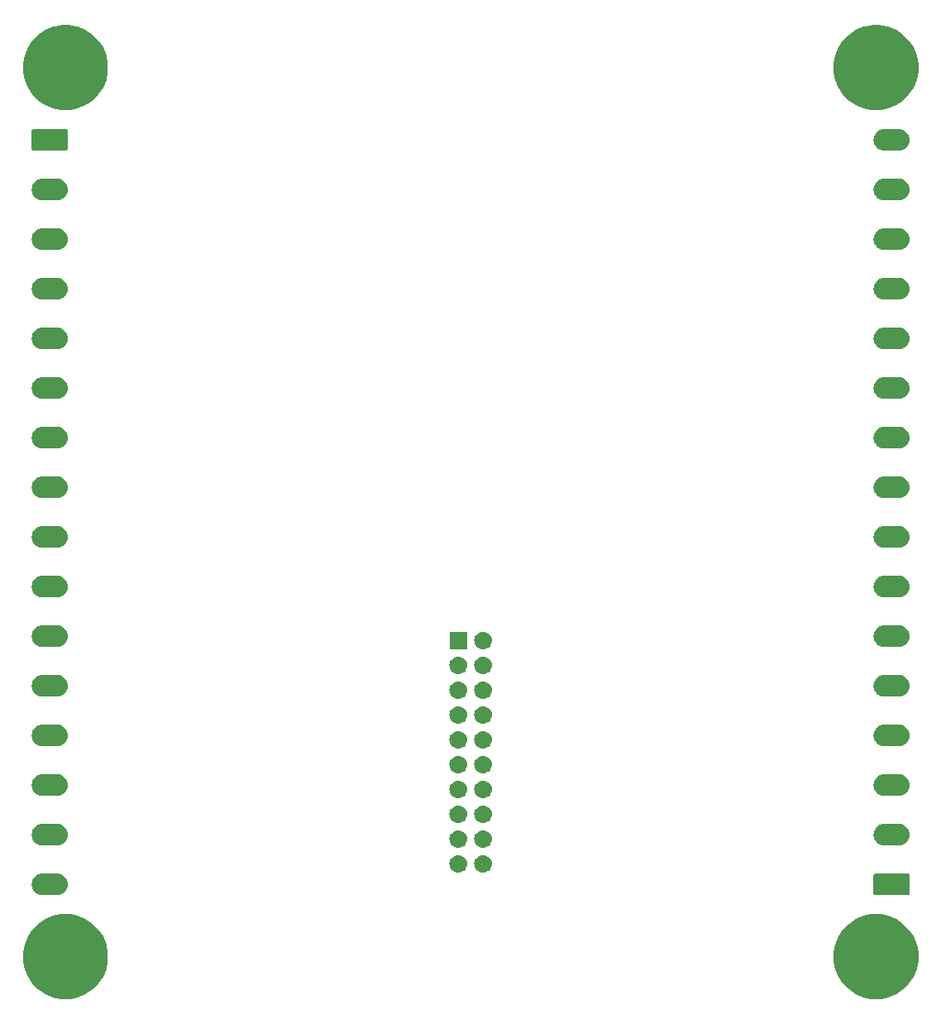
<source format=gbr>
G04 #@! TF.GenerationSoftware,KiCad,Pcbnew,(5.1.0)-1*
G04 #@! TF.CreationDate,2021-06-26T10:28:06+02:00*
G04 #@! TF.ProjectId,Magnetsteuerung_v2.2,4d61676e-6574-4737-9465-756572756e67,rev?*
G04 #@! TF.SameCoordinates,Original*
G04 #@! TF.FileFunction,Soldermask,Bot*
G04 #@! TF.FilePolarity,Negative*
%FSLAX46Y46*%
G04 Gerber Fmt 4.6, Leading zero omitted, Abs format (unit mm)*
G04 Created by KiCad (PCBNEW (5.1.0)-1) date 2021-06-26 10:28:06*
%MOMM*%
%LPD*%
G04 APERTURE LIST*
%ADD10C,0.100000*%
G04 APERTURE END LIST*
D10*
G36*
X177048156Y-122172794D02*
G01*
X177769140Y-122316206D01*
X178560972Y-122644193D01*
X179273601Y-123120357D01*
X179879643Y-123726399D01*
X180355807Y-124439028D01*
X180683794Y-125230860D01*
X180851000Y-126071464D01*
X180851000Y-126928536D01*
X180683794Y-127769140D01*
X180355807Y-128560972D01*
X179879643Y-129273601D01*
X179273601Y-129879643D01*
X178560972Y-130355807D01*
X177769140Y-130683794D01*
X177048156Y-130827206D01*
X176928537Y-130851000D01*
X176071463Y-130851000D01*
X175951844Y-130827206D01*
X175230860Y-130683794D01*
X174439028Y-130355807D01*
X173726399Y-129879643D01*
X173120357Y-129273601D01*
X172644193Y-128560972D01*
X172316206Y-127769140D01*
X172149000Y-126928536D01*
X172149000Y-126071464D01*
X172316206Y-125230860D01*
X172644193Y-124439028D01*
X173120357Y-123726399D01*
X173726399Y-123120357D01*
X174439028Y-122644193D01*
X175230860Y-122316206D01*
X175951844Y-122172794D01*
X176071463Y-122149000D01*
X176928537Y-122149000D01*
X177048156Y-122172794D01*
X177048156Y-122172794D01*
G37*
G36*
X94048156Y-122172794D02*
G01*
X94769140Y-122316206D01*
X95560972Y-122644193D01*
X96273601Y-123120357D01*
X96879643Y-123726399D01*
X97355807Y-124439028D01*
X97683794Y-125230860D01*
X97851000Y-126071464D01*
X97851000Y-126928536D01*
X97683794Y-127769140D01*
X97355807Y-128560972D01*
X96879643Y-129273601D01*
X96273601Y-129879643D01*
X95560972Y-130355807D01*
X94769140Y-130683794D01*
X94048156Y-130827206D01*
X93928537Y-130851000D01*
X93071463Y-130851000D01*
X92951844Y-130827206D01*
X92230860Y-130683794D01*
X91439028Y-130355807D01*
X90726399Y-129879643D01*
X90120357Y-129273601D01*
X89644193Y-128560972D01*
X89316206Y-127769140D01*
X89149000Y-126928536D01*
X89149000Y-126071464D01*
X89316206Y-125230860D01*
X89644193Y-124439028D01*
X90120357Y-123726399D01*
X90726399Y-123120357D01*
X91439028Y-122644193D01*
X92230860Y-122316206D01*
X92951844Y-122172794D01*
X93071463Y-122149000D01*
X93928537Y-122149000D01*
X94048156Y-122172794D01*
X94048156Y-122172794D01*
G37*
G36*
X179816217Y-118012808D02*
G01*
X179847489Y-118022294D01*
X179876308Y-118037698D01*
X179901570Y-118058430D01*
X179922302Y-118083692D01*
X179937706Y-118112511D01*
X179947192Y-118143783D01*
X179951000Y-118182448D01*
X179951000Y-120017552D01*
X179947192Y-120056217D01*
X179937706Y-120087489D01*
X179922302Y-120116308D01*
X179901570Y-120141570D01*
X179876308Y-120162302D01*
X179847489Y-120177706D01*
X179816217Y-120187192D01*
X179777552Y-120191000D01*
X176422448Y-120191000D01*
X176383783Y-120187192D01*
X176352511Y-120177706D01*
X176323692Y-120162302D01*
X176298430Y-120141570D01*
X176277698Y-120116308D01*
X176262294Y-120087489D01*
X176252808Y-120056217D01*
X176249000Y-120017552D01*
X176249000Y-118182448D01*
X176252808Y-118143783D01*
X176262294Y-118112511D01*
X176277698Y-118083692D01*
X176298430Y-118058430D01*
X176323692Y-118037698D01*
X176352511Y-118022294D01*
X176383783Y-118012808D01*
X176422448Y-118009000D01*
X179777552Y-118009000D01*
X179816217Y-118012808D01*
X179816217Y-118012808D01*
G37*
G36*
X92873871Y-118024786D02*
G01*
X92984780Y-118058430D01*
X93075054Y-118085814D01*
X93079530Y-118087172D01*
X93269055Y-118188475D01*
X93269058Y-118188477D01*
X93269059Y-118188478D01*
X93435186Y-118324814D01*
X93571522Y-118490941D01*
X93571525Y-118490945D01*
X93672828Y-118680470D01*
X93735214Y-118886129D01*
X93756278Y-119100000D01*
X93735214Y-119313871D01*
X93672828Y-119519530D01*
X93571525Y-119709055D01*
X93571523Y-119709058D01*
X93571522Y-119709059D01*
X93435186Y-119875186D01*
X93307583Y-119979906D01*
X93269055Y-120011525D01*
X93079530Y-120112828D01*
X93079527Y-120112829D01*
X93068058Y-120116308D01*
X92873871Y-120175214D01*
X92713591Y-120191000D01*
X91086409Y-120191000D01*
X90926129Y-120175214D01*
X90731942Y-120116308D01*
X90720473Y-120112829D01*
X90720470Y-120112828D01*
X90530945Y-120011525D01*
X90492417Y-119979906D01*
X90364814Y-119875186D01*
X90228478Y-119709059D01*
X90228477Y-119709058D01*
X90228475Y-119709055D01*
X90127172Y-119519530D01*
X90064786Y-119313871D01*
X90043722Y-119100000D01*
X90064786Y-118886129D01*
X90127172Y-118680470D01*
X90228475Y-118490945D01*
X90228478Y-118490941D01*
X90364814Y-118324814D01*
X90530941Y-118188478D01*
X90530942Y-118188477D01*
X90530945Y-118188475D01*
X90720470Y-118087172D01*
X90724947Y-118085814D01*
X90815220Y-118058430D01*
X90926129Y-118024786D01*
X91086409Y-118009000D01*
X92713591Y-118009000D01*
X92873871Y-118024786D01*
X92873871Y-118024786D01*
G37*
G36*
X136375443Y-116110519D02*
G01*
X136441627Y-116117037D01*
X136611466Y-116168557D01*
X136767991Y-116252222D01*
X136803729Y-116281552D01*
X136905186Y-116364814D01*
X136988448Y-116466271D01*
X137017778Y-116502009D01*
X137101443Y-116658534D01*
X137152963Y-116828373D01*
X137170359Y-117005000D01*
X137152963Y-117181627D01*
X137101443Y-117351466D01*
X137017778Y-117507991D01*
X136988448Y-117543729D01*
X136905186Y-117645186D01*
X136803729Y-117728448D01*
X136767991Y-117757778D01*
X136611466Y-117841443D01*
X136441627Y-117892963D01*
X136375443Y-117899481D01*
X136309260Y-117906000D01*
X136220740Y-117906000D01*
X136154557Y-117899481D01*
X136088373Y-117892963D01*
X135918534Y-117841443D01*
X135762009Y-117757778D01*
X135726271Y-117728448D01*
X135624814Y-117645186D01*
X135541552Y-117543729D01*
X135512222Y-117507991D01*
X135428557Y-117351466D01*
X135377037Y-117181627D01*
X135359641Y-117005000D01*
X135377037Y-116828373D01*
X135428557Y-116658534D01*
X135512222Y-116502009D01*
X135541552Y-116466271D01*
X135624814Y-116364814D01*
X135726271Y-116281552D01*
X135762009Y-116252222D01*
X135918534Y-116168557D01*
X136088373Y-116117037D01*
X136154557Y-116110519D01*
X136220740Y-116104000D01*
X136309260Y-116104000D01*
X136375443Y-116110519D01*
X136375443Y-116110519D01*
G37*
G36*
X133835443Y-116110519D02*
G01*
X133901627Y-116117037D01*
X134071466Y-116168557D01*
X134227991Y-116252222D01*
X134263729Y-116281552D01*
X134365186Y-116364814D01*
X134448448Y-116466271D01*
X134477778Y-116502009D01*
X134561443Y-116658534D01*
X134612963Y-116828373D01*
X134630359Y-117005000D01*
X134612963Y-117181627D01*
X134561443Y-117351466D01*
X134477778Y-117507991D01*
X134448448Y-117543729D01*
X134365186Y-117645186D01*
X134263729Y-117728448D01*
X134227991Y-117757778D01*
X134071466Y-117841443D01*
X133901627Y-117892963D01*
X133835443Y-117899481D01*
X133769260Y-117906000D01*
X133680740Y-117906000D01*
X133614557Y-117899481D01*
X133548373Y-117892963D01*
X133378534Y-117841443D01*
X133222009Y-117757778D01*
X133186271Y-117728448D01*
X133084814Y-117645186D01*
X133001552Y-117543729D01*
X132972222Y-117507991D01*
X132888557Y-117351466D01*
X132837037Y-117181627D01*
X132819641Y-117005000D01*
X132837037Y-116828373D01*
X132888557Y-116658534D01*
X132972222Y-116502009D01*
X133001552Y-116466271D01*
X133084814Y-116364814D01*
X133186271Y-116281552D01*
X133222009Y-116252222D01*
X133378534Y-116168557D01*
X133548373Y-116117037D01*
X133614557Y-116110519D01*
X133680740Y-116104000D01*
X133769260Y-116104000D01*
X133835443Y-116110519D01*
X133835443Y-116110519D01*
G37*
G36*
X133835443Y-113570519D02*
G01*
X133901627Y-113577037D01*
X134071466Y-113628557D01*
X134227991Y-113712222D01*
X134263729Y-113741552D01*
X134365186Y-113824814D01*
X134448448Y-113926271D01*
X134477778Y-113962009D01*
X134561443Y-114118534D01*
X134612963Y-114288373D01*
X134630359Y-114465000D01*
X134612963Y-114641627D01*
X134561443Y-114811466D01*
X134477778Y-114967991D01*
X134448448Y-115003729D01*
X134365186Y-115105186D01*
X134263729Y-115188448D01*
X134227991Y-115217778D01*
X134071466Y-115301443D01*
X133901627Y-115352963D01*
X133835443Y-115359481D01*
X133769260Y-115366000D01*
X133680740Y-115366000D01*
X133614557Y-115359481D01*
X133548373Y-115352963D01*
X133378534Y-115301443D01*
X133222009Y-115217778D01*
X133186271Y-115188448D01*
X133084814Y-115105186D01*
X133001552Y-115003729D01*
X132972222Y-114967991D01*
X132888557Y-114811466D01*
X132837037Y-114641627D01*
X132819641Y-114465000D01*
X132837037Y-114288373D01*
X132888557Y-114118534D01*
X132972222Y-113962009D01*
X133001552Y-113926271D01*
X133084814Y-113824814D01*
X133186271Y-113741552D01*
X133222009Y-113712222D01*
X133378534Y-113628557D01*
X133548373Y-113577037D01*
X133614557Y-113570519D01*
X133680740Y-113564000D01*
X133769260Y-113564000D01*
X133835443Y-113570519D01*
X133835443Y-113570519D01*
G37*
G36*
X136375443Y-113570519D02*
G01*
X136441627Y-113577037D01*
X136611466Y-113628557D01*
X136767991Y-113712222D01*
X136803729Y-113741552D01*
X136905186Y-113824814D01*
X136988448Y-113926271D01*
X137017778Y-113962009D01*
X137101443Y-114118534D01*
X137152963Y-114288373D01*
X137170359Y-114465000D01*
X137152963Y-114641627D01*
X137101443Y-114811466D01*
X137017778Y-114967991D01*
X136988448Y-115003729D01*
X136905186Y-115105186D01*
X136803729Y-115188448D01*
X136767991Y-115217778D01*
X136611466Y-115301443D01*
X136441627Y-115352963D01*
X136375443Y-115359481D01*
X136309260Y-115366000D01*
X136220740Y-115366000D01*
X136154557Y-115359481D01*
X136088373Y-115352963D01*
X135918534Y-115301443D01*
X135762009Y-115217778D01*
X135726271Y-115188448D01*
X135624814Y-115105186D01*
X135541552Y-115003729D01*
X135512222Y-114967991D01*
X135428557Y-114811466D01*
X135377037Y-114641627D01*
X135359641Y-114465000D01*
X135377037Y-114288373D01*
X135428557Y-114118534D01*
X135512222Y-113962009D01*
X135541552Y-113926271D01*
X135624814Y-113824814D01*
X135726271Y-113741552D01*
X135762009Y-113712222D01*
X135918534Y-113628557D01*
X136088373Y-113577037D01*
X136154557Y-113570519D01*
X136220740Y-113564000D01*
X136309260Y-113564000D01*
X136375443Y-113570519D01*
X136375443Y-113570519D01*
G37*
G36*
X179073871Y-112944786D02*
G01*
X179279530Y-113007172D01*
X179469055Y-113108475D01*
X179469058Y-113108477D01*
X179469059Y-113108478D01*
X179635186Y-113244814D01*
X179771522Y-113410941D01*
X179771525Y-113410945D01*
X179872828Y-113600470D01*
X179935214Y-113806129D01*
X179956278Y-114020000D01*
X179935214Y-114233871D01*
X179872828Y-114439530D01*
X179771525Y-114629055D01*
X179771523Y-114629058D01*
X179771522Y-114629059D01*
X179635186Y-114795186D01*
X179469059Y-114931522D01*
X179469055Y-114931525D01*
X179279530Y-115032828D01*
X179073871Y-115095214D01*
X178913591Y-115111000D01*
X177286409Y-115111000D01*
X177126129Y-115095214D01*
X176920470Y-115032828D01*
X176730945Y-114931525D01*
X176730941Y-114931522D01*
X176564814Y-114795186D01*
X176428478Y-114629059D01*
X176428477Y-114629058D01*
X176428475Y-114629055D01*
X176327172Y-114439530D01*
X176264786Y-114233871D01*
X176243722Y-114020000D01*
X176264786Y-113806129D01*
X176327172Y-113600470D01*
X176428475Y-113410945D01*
X176428478Y-113410941D01*
X176564814Y-113244814D01*
X176730941Y-113108478D01*
X176730942Y-113108477D01*
X176730945Y-113108475D01*
X176920470Y-113007172D01*
X177126129Y-112944786D01*
X177286409Y-112929000D01*
X178913591Y-112929000D01*
X179073871Y-112944786D01*
X179073871Y-112944786D01*
G37*
G36*
X92873871Y-112944786D02*
G01*
X93079530Y-113007172D01*
X93269055Y-113108475D01*
X93269058Y-113108477D01*
X93269059Y-113108478D01*
X93435186Y-113244814D01*
X93571522Y-113410941D01*
X93571525Y-113410945D01*
X93672828Y-113600470D01*
X93735214Y-113806129D01*
X93756278Y-114020000D01*
X93735214Y-114233871D01*
X93672828Y-114439530D01*
X93571525Y-114629055D01*
X93571523Y-114629058D01*
X93571522Y-114629059D01*
X93435186Y-114795186D01*
X93269059Y-114931522D01*
X93269055Y-114931525D01*
X93079530Y-115032828D01*
X92873871Y-115095214D01*
X92713591Y-115111000D01*
X91086409Y-115111000D01*
X90926129Y-115095214D01*
X90720470Y-115032828D01*
X90530945Y-114931525D01*
X90530941Y-114931522D01*
X90364814Y-114795186D01*
X90228478Y-114629059D01*
X90228477Y-114629058D01*
X90228475Y-114629055D01*
X90127172Y-114439530D01*
X90064786Y-114233871D01*
X90043722Y-114020000D01*
X90064786Y-113806129D01*
X90127172Y-113600470D01*
X90228475Y-113410945D01*
X90228478Y-113410941D01*
X90364814Y-113244814D01*
X90530941Y-113108478D01*
X90530942Y-113108477D01*
X90530945Y-113108475D01*
X90720470Y-113007172D01*
X90926129Y-112944786D01*
X91086409Y-112929000D01*
X92713591Y-112929000D01*
X92873871Y-112944786D01*
X92873871Y-112944786D01*
G37*
G36*
X133835442Y-111030518D02*
G01*
X133901627Y-111037037D01*
X134071466Y-111088557D01*
X134227991Y-111172222D01*
X134263729Y-111201552D01*
X134365186Y-111284814D01*
X134448448Y-111386271D01*
X134477778Y-111422009D01*
X134561443Y-111578534D01*
X134612963Y-111748373D01*
X134630359Y-111925000D01*
X134612963Y-112101627D01*
X134561443Y-112271466D01*
X134477778Y-112427991D01*
X134448448Y-112463729D01*
X134365186Y-112565186D01*
X134263729Y-112648448D01*
X134227991Y-112677778D01*
X134071466Y-112761443D01*
X133901627Y-112812963D01*
X133835443Y-112819481D01*
X133769260Y-112826000D01*
X133680740Y-112826000D01*
X133614557Y-112819481D01*
X133548373Y-112812963D01*
X133378534Y-112761443D01*
X133222009Y-112677778D01*
X133186271Y-112648448D01*
X133084814Y-112565186D01*
X133001552Y-112463729D01*
X132972222Y-112427991D01*
X132888557Y-112271466D01*
X132837037Y-112101627D01*
X132819641Y-111925000D01*
X132837037Y-111748373D01*
X132888557Y-111578534D01*
X132972222Y-111422009D01*
X133001552Y-111386271D01*
X133084814Y-111284814D01*
X133186271Y-111201552D01*
X133222009Y-111172222D01*
X133378534Y-111088557D01*
X133548373Y-111037037D01*
X133614558Y-111030518D01*
X133680740Y-111024000D01*
X133769260Y-111024000D01*
X133835442Y-111030518D01*
X133835442Y-111030518D01*
G37*
G36*
X136375442Y-111030518D02*
G01*
X136441627Y-111037037D01*
X136611466Y-111088557D01*
X136767991Y-111172222D01*
X136803729Y-111201552D01*
X136905186Y-111284814D01*
X136988448Y-111386271D01*
X137017778Y-111422009D01*
X137101443Y-111578534D01*
X137152963Y-111748373D01*
X137170359Y-111925000D01*
X137152963Y-112101627D01*
X137101443Y-112271466D01*
X137017778Y-112427991D01*
X136988448Y-112463729D01*
X136905186Y-112565186D01*
X136803729Y-112648448D01*
X136767991Y-112677778D01*
X136611466Y-112761443D01*
X136441627Y-112812963D01*
X136375443Y-112819481D01*
X136309260Y-112826000D01*
X136220740Y-112826000D01*
X136154557Y-112819481D01*
X136088373Y-112812963D01*
X135918534Y-112761443D01*
X135762009Y-112677778D01*
X135726271Y-112648448D01*
X135624814Y-112565186D01*
X135541552Y-112463729D01*
X135512222Y-112427991D01*
X135428557Y-112271466D01*
X135377037Y-112101627D01*
X135359641Y-111925000D01*
X135377037Y-111748373D01*
X135428557Y-111578534D01*
X135512222Y-111422009D01*
X135541552Y-111386271D01*
X135624814Y-111284814D01*
X135726271Y-111201552D01*
X135762009Y-111172222D01*
X135918534Y-111088557D01*
X136088373Y-111037037D01*
X136154558Y-111030518D01*
X136220740Y-111024000D01*
X136309260Y-111024000D01*
X136375442Y-111030518D01*
X136375442Y-111030518D01*
G37*
G36*
X133835442Y-108490518D02*
G01*
X133901627Y-108497037D01*
X134071466Y-108548557D01*
X134227991Y-108632222D01*
X134263729Y-108661552D01*
X134365186Y-108744814D01*
X134448448Y-108846271D01*
X134477778Y-108882009D01*
X134561443Y-109038534D01*
X134612963Y-109208373D01*
X134630359Y-109385000D01*
X134612963Y-109561627D01*
X134561443Y-109731466D01*
X134477778Y-109887991D01*
X134448448Y-109923729D01*
X134365186Y-110025186D01*
X134263729Y-110108448D01*
X134227991Y-110137778D01*
X134071466Y-110221443D01*
X133901627Y-110272963D01*
X133835442Y-110279482D01*
X133769260Y-110286000D01*
X133680740Y-110286000D01*
X133614558Y-110279482D01*
X133548373Y-110272963D01*
X133378534Y-110221443D01*
X133222009Y-110137778D01*
X133186271Y-110108448D01*
X133084814Y-110025186D01*
X133001552Y-109923729D01*
X132972222Y-109887991D01*
X132888557Y-109731466D01*
X132837037Y-109561627D01*
X132819641Y-109385000D01*
X132837037Y-109208373D01*
X132888557Y-109038534D01*
X132972222Y-108882009D01*
X133001552Y-108846271D01*
X133084814Y-108744814D01*
X133186271Y-108661552D01*
X133222009Y-108632222D01*
X133378534Y-108548557D01*
X133548373Y-108497037D01*
X133614558Y-108490518D01*
X133680740Y-108484000D01*
X133769260Y-108484000D01*
X133835442Y-108490518D01*
X133835442Y-108490518D01*
G37*
G36*
X136375442Y-108490518D02*
G01*
X136441627Y-108497037D01*
X136611466Y-108548557D01*
X136767991Y-108632222D01*
X136803729Y-108661552D01*
X136905186Y-108744814D01*
X136988448Y-108846271D01*
X137017778Y-108882009D01*
X137101443Y-109038534D01*
X137152963Y-109208373D01*
X137170359Y-109385000D01*
X137152963Y-109561627D01*
X137101443Y-109731466D01*
X137017778Y-109887991D01*
X136988448Y-109923729D01*
X136905186Y-110025186D01*
X136803729Y-110108448D01*
X136767991Y-110137778D01*
X136611466Y-110221443D01*
X136441627Y-110272963D01*
X136375442Y-110279482D01*
X136309260Y-110286000D01*
X136220740Y-110286000D01*
X136154558Y-110279482D01*
X136088373Y-110272963D01*
X135918534Y-110221443D01*
X135762009Y-110137778D01*
X135726271Y-110108448D01*
X135624814Y-110025186D01*
X135541552Y-109923729D01*
X135512222Y-109887991D01*
X135428557Y-109731466D01*
X135377037Y-109561627D01*
X135359641Y-109385000D01*
X135377037Y-109208373D01*
X135428557Y-109038534D01*
X135512222Y-108882009D01*
X135541552Y-108846271D01*
X135624814Y-108744814D01*
X135726271Y-108661552D01*
X135762009Y-108632222D01*
X135918534Y-108548557D01*
X136088373Y-108497037D01*
X136154558Y-108490518D01*
X136220740Y-108484000D01*
X136309260Y-108484000D01*
X136375442Y-108490518D01*
X136375442Y-108490518D01*
G37*
G36*
X92873871Y-107864786D02*
G01*
X93079530Y-107927172D01*
X93269055Y-108028475D01*
X93269058Y-108028477D01*
X93269059Y-108028478D01*
X93435186Y-108164814D01*
X93571522Y-108330941D01*
X93571525Y-108330945D01*
X93672828Y-108520470D01*
X93735214Y-108726129D01*
X93756278Y-108940000D01*
X93735214Y-109153871D01*
X93672828Y-109359530D01*
X93571525Y-109549055D01*
X93571523Y-109549058D01*
X93571522Y-109549059D01*
X93435186Y-109715186D01*
X93269059Y-109851522D01*
X93269055Y-109851525D01*
X93079530Y-109952828D01*
X92873871Y-110015214D01*
X92713591Y-110031000D01*
X91086409Y-110031000D01*
X90926129Y-110015214D01*
X90720470Y-109952828D01*
X90530945Y-109851525D01*
X90530941Y-109851522D01*
X90364814Y-109715186D01*
X90228478Y-109549059D01*
X90228477Y-109549058D01*
X90228475Y-109549055D01*
X90127172Y-109359530D01*
X90064786Y-109153871D01*
X90043722Y-108940000D01*
X90064786Y-108726129D01*
X90127172Y-108520470D01*
X90228475Y-108330945D01*
X90228478Y-108330941D01*
X90364814Y-108164814D01*
X90530941Y-108028478D01*
X90530942Y-108028477D01*
X90530945Y-108028475D01*
X90720470Y-107927172D01*
X90926129Y-107864786D01*
X91086409Y-107849000D01*
X92713591Y-107849000D01*
X92873871Y-107864786D01*
X92873871Y-107864786D01*
G37*
G36*
X179073871Y-107864786D02*
G01*
X179279530Y-107927172D01*
X179469055Y-108028475D01*
X179469058Y-108028477D01*
X179469059Y-108028478D01*
X179635186Y-108164814D01*
X179771522Y-108330941D01*
X179771525Y-108330945D01*
X179872828Y-108520470D01*
X179935214Y-108726129D01*
X179956278Y-108940000D01*
X179935214Y-109153871D01*
X179872828Y-109359530D01*
X179771525Y-109549055D01*
X179771523Y-109549058D01*
X179771522Y-109549059D01*
X179635186Y-109715186D01*
X179469059Y-109851522D01*
X179469055Y-109851525D01*
X179279530Y-109952828D01*
X179073871Y-110015214D01*
X178913591Y-110031000D01*
X177286409Y-110031000D01*
X177126129Y-110015214D01*
X176920470Y-109952828D01*
X176730945Y-109851525D01*
X176730941Y-109851522D01*
X176564814Y-109715186D01*
X176428478Y-109549059D01*
X176428477Y-109549058D01*
X176428475Y-109549055D01*
X176327172Y-109359530D01*
X176264786Y-109153871D01*
X176243722Y-108940000D01*
X176264786Y-108726129D01*
X176327172Y-108520470D01*
X176428475Y-108330945D01*
X176428478Y-108330941D01*
X176564814Y-108164814D01*
X176730941Y-108028478D01*
X176730942Y-108028477D01*
X176730945Y-108028475D01*
X176920470Y-107927172D01*
X177126129Y-107864786D01*
X177286409Y-107849000D01*
X178913591Y-107849000D01*
X179073871Y-107864786D01*
X179073871Y-107864786D01*
G37*
G36*
X136375443Y-105950519D02*
G01*
X136441627Y-105957037D01*
X136611466Y-106008557D01*
X136767991Y-106092222D01*
X136803729Y-106121552D01*
X136905186Y-106204814D01*
X136988448Y-106306271D01*
X137017778Y-106342009D01*
X137101443Y-106498534D01*
X137152963Y-106668373D01*
X137170359Y-106845000D01*
X137152963Y-107021627D01*
X137101443Y-107191466D01*
X137017778Y-107347991D01*
X136988448Y-107383729D01*
X136905186Y-107485186D01*
X136803729Y-107568448D01*
X136767991Y-107597778D01*
X136611466Y-107681443D01*
X136441627Y-107732963D01*
X136375443Y-107739481D01*
X136309260Y-107746000D01*
X136220740Y-107746000D01*
X136154557Y-107739481D01*
X136088373Y-107732963D01*
X135918534Y-107681443D01*
X135762009Y-107597778D01*
X135726271Y-107568448D01*
X135624814Y-107485186D01*
X135541552Y-107383729D01*
X135512222Y-107347991D01*
X135428557Y-107191466D01*
X135377037Y-107021627D01*
X135359641Y-106845000D01*
X135377037Y-106668373D01*
X135428557Y-106498534D01*
X135512222Y-106342009D01*
X135541552Y-106306271D01*
X135624814Y-106204814D01*
X135726271Y-106121552D01*
X135762009Y-106092222D01*
X135918534Y-106008557D01*
X136088373Y-105957037D01*
X136154557Y-105950519D01*
X136220740Y-105944000D01*
X136309260Y-105944000D01*
X136375443Y-105950519D01*
X136375443Y-105950519D01*
G37*
G36*
X133835443Y-105950519D02*
G01*
X133901627Y-105957037D01*
X134071466Y-106008557D01*
X134227991Y-106092222D01*
X134263729Y-106121552D01*
X134365186Y-106204814D01*
X134448448Y-106306271D01*
X134477778Y-106342009D01*
X134561443Y-106498534D01*
X134612963Y-106668373D01*
X134630359Y-106845000D01*
X134612963Y-107021627D01*
X134561443Y-107191466D01*
X134477778Y-107347991D01*
X134448448Y-107383729D01*
X134365186Y-107485186D01*
X134263729Y-107568448D01*
X134227991Y-107597778D01*
X134071466Y-107681443D01*
X133901627Y-107732963D01*
X133835443Y-107739481D01*
X133769260Y-107746000D01*
X133680740Y-107746000D01*
X133614557Y-107739481D01*
X133548373Y-107732963D01*
X133378534Y-107681443D01*
X133222009Y-107597778D01*
X133186271Y-107568448D01*
X133084814Y-107485186D01*
X133001552Y-107383729D01*
X132972222Y-107347991D01*
X132888557Y-107191466D01*
X132837037Y-107021627D01*
X132819641Y-106845000D01*
X132837037Y-106668373D01*
X132888557Y-106498534D01*
X132972222Y-106342009D01*
X133001552Y-106306271D01*
X133084814Y-106204814D01*
X133186271Y-106121552D01*
X133222009Y-106092222D01*
X133378534Y-106008557D01*
X133548373Y-105957037D01*
X133614557Y-105950519D01*
X133680740Y-105944000D01*
X133769260Y-105944000D01*
X133835443Y-105950519D01*
X133835443Y-105950519D01*
G37*
G36*
X136375443Y-103410519D02*
G01*
X136441627Y-103417037D01*
X136611466Y-103468557D01*
X136767991Y-103552222D01*
X136803729Y-103581552D01*
X136905186Y-103664814D01*
X136988448Y-103766271D01*
X137017778Y-103802009D01*
X137101443Y-103958534D01*
X137152963Y-104128373D01*
X137170359Y-104305000D01*
X137152963Y-104481627D01*
X137101443Y-104651466D01*
X137017778Y-104807991D01*
X136988448Y-104843729D01*
X136905186Y-104945186D01*
X136803729Y-105028448D01*
X136767991Y-105057778D01*
X136611466Y-105141443D01*
X136441627Y-105192963D01*
X136375443Y-105199481D01*
X136309260Y-105206000D01*
X136220740Y-105206000D01*
X136154557Y-105199481D01*
X136088373Y-105192963D01*
X135918534Y-105141443D01*
X135762009Y-105057778D01*
X135726271Y-105028448D01*
X135624814Y-104945186D01*
X135541552Y-104843729D01*
X135512222Y-104807991D01*
X135428557Y-104651466D01*
X135377037Y-104481627D01*
X135359641Y-104305000D01*
X135377037Y-104128373D01*
X135428557Y-103958534D01*
X135512222Y-103802009D01*
X135541552Y-103766271D01*
X135624814Y-103664814D01*
X135726271Y-103581552D01*
X135762009Y-103552222D01*
X135918534Y-103468557D01*
X136088373Y-103417037D01*
X136154558Y-103410518D01*
X136220740Y-103404000D01*
X136309260Y-103404000D01*
X136375443Y-103410519D01*
X136375443Y-103410519D01*
G37*
G36*
X133835443Y-103410519D02*
G01*
X133901627Y-103417037D01*
X134071466Y-103468557D01*
X134227991Y-103552222D01*
X134263729Y-103581552D01*
X134365186Y-103664814D01*
X134448448Y-103766271D01*
X134477778Y-103802009D01*
X134561443Y-103958534D01*
X134612963Y-104128373D01*
X134630359Y-104305000D01*
X134612963Y-104481627D01*
X134561443Y-104651466D01*
X134477778Y-104807991D01*
X134448448Y-104843729D01*
X134365186Y-104945186D01*
X134263729Y-105028448D01*
X134227991Y-105057778D01*
X134071466Y-105141443D01*
X133901627Y-105192963D01*
X133835443Y-105199481D01*
X133769260Y-105206000D01*
X133680740Y-105206000D01*
X133614557Y-105199481D01*
X133548373Y-105192963D01*
X133378534Y-105141443D01*
X133222009Y-105057778D01*
X133186271Y-105028448D01*
X133084814Y-104945186D01*
X133001552Y-104843729D01*
X132972222Y-104807991D01*
X132888557Y-104651466D01*
X132837037Y-104481627D01*
X132819641Y-104305000D01*
X132837037Y-104128373D01*
X132888557Y-103958534D01*
X132972222Y-103802009D01*
X133001552Y-103766271D01*
X133084814Y-103664814D01*
X133186271Y-103581552D01*
X133222009Y-103552222D01*
X133378534Y-103468557D01*
X133548373Y-103417037D01*
X133614558Y-103410518D01*
X133680740Y-103404000D01*
X133769260Y-103404000D01*
X133835443Y-103410519D01*
X133835443Y-103410519D01*
G37*
G36*
X92873871Y-102784786D02*
G01*
X93079530Y-102847172D01*
X93269055Y-102948475D01*
X93269058Y-102948477D01*
X93269059Y-102948478D01*
X93435186Y-103084814D01*
X93571522Y-103250941D01*
X93571525Y-103250945D01*
X93672828Y-103440470D01*
X93735214Y-103646129D01*
X93756278Y-103860000D01*
X93735214Y-104073871D01*
X93672828Y-104279530D01*
X93571525Y-104469055D01*
X93571523Y-104469058D01*
X93571522Y-104469059D01*
X93435186Y-104635186D01*
X93269059Y-104771522D01*
X93269055Y-104771525D01*
X93079530Y-104872828D01*
X92873871Y-104935214D01*
X92713591Y-104951000D01*
X91086409Y-104951000D01*
X90926129Y-104935214D01*
X90720470Y-104872828D01*
X90530945Y-104771525D01*
X90530941Y-104771522D01*
X90364814Y-104635186D01*
X90228478Y-104469059D01*
X90228477Y-104469058D01*
X90228475Y-104469055D01*
X90127172Y-104279530D01*
X90064786Y-104073871D01*
X90043722Y-103860000D01*
X90064786Y-103646129D01*
X90127172Y-103440470D01*
X90228475Y-103250945D01*
X90228478Y-103250941D01*
X90364814Y-103084814D01*
X90530941Y-102948478D01*
X90530942Y-102948477D01*
X90530945Y-102948475D01*
X90720470Y-102847172D01*
X90926129Y-102784786D01*
X91086409Y-102769000D01*
X92713591Y-102769000D01*
X92873871Y-102784786D01*
X92873871Y-102784786D01*
G37*
G36*
X179073871Y-102784786D02*
G01*
X179279530Y-102847172D01*
X179469055Y-102948475D01*
X179469058Y-102948477D01*
X179469059Y-102948478D01*
X179635186Y-103084814D01*
X179771522Y-103250941D01*
X179771525Y-103250945D01*
X179872828Y-103440470D01*
X179935214Y-103646129D01*
X179956278Y-103860000D01*
X179935214Y-104073871D01*
X179872828Y-104279530D01*
X179771525Y-104469055D01*
X179771523Y-104469058D01*
X179771522Y-104469059D01*
X179635186Y-104635186D01*
X179469059Y-104771522D01*
X179469055Y-104771525D01*
X179279530Y-104872828D01*
X179073871Y-104935214D01*
X178913591Y-104951000D01*
X177286409Y-104951000D01*
X177126129Y-104935214D01*
X176920470Y-104872828D01*
X176730945Y-104771525D01*
X176730941Y-104771522D01*
X176564814Y-104635186D01*
X176428478Y-104469059D01*
X176428477Y-104469058D01*
X176428475Y-104469055D01*
X176327172Y-104279530D01*
X176264786Y-104073871D01*
X176243722Y-103860000D01*
X176264786Y-103646129D01*
X176327172Y-103440470D01*
X176428475Y-103250945D01*
X176428478Y-103250941D01*
X176564814Y-103084814D01*
X176730941Y-102948478D01*
X176730942Y-102948477D01*
X176730945Y-102948475D01*
X176920470Y-102847172D01*
X177126129Y-102784786D01*
X177286409Y-102769000D01*
X178913591Y-102769000D01*
X179073871Y-102784786D01*
X179073871Y-102784786D01*
G37*
G36*
X133835442Y-100870518D02*
G01*
X133901627Y-100877037D01*
X134071466Y-100928557D01*
X134227991Y-101012222D01*
X134263729Y-101041552D01*
X134365186Y-101124814D01*
X134448448Y-101226271D01*
X134477778Y-101262009D01*
X134561443Y-101418534D01*
X134612963Y-101588373D01*
X134630359Y-101765000D01*
X134612963Y-101941627D01*
X134561443Y-102111466D01*
X134477778Y-102267991D01*
X134448448Y-102303729D01*
X134365186Y-102405186D01*
X134263729Y-102488448D01*
X134227991Y-102517778D01*
X134071466Y-102601443D01*
X133901627Y-102652963D01*
X133835443Y-102659481D01*
X133769260Y-102666000D01*
X133680740Y-102666000D01*
X133614557Y-102659481D01*
X133548373Y-102652963D01*
X133378534Y-102601443D01*
X133222009Y-102517778D01*
X133186271Y-102488448D01*
X133084814Y-102405186D01*
X133001552Y-102303729D01*
X132972222Y-102267991D01*
X132888557Y-102111466D01*
X132837037Y-101941627D01*
X132819641Y-101765000D01*
X132837037Y-101588373D01*
X132888557Y-101418534D01*
X132972222Y-101262009D01*
X133001552Y-101226271D01*
X133084814Y-101124814D01*
X133186271Y-101041552D01*
X133222009Y-101012222D01*
X133378534Y-100928557D01*
X133548373Y-100877037D01*
X133614558Y-100870518D01*
X133680740Y-100864000D01*
X133769260Y-100864000D01*
X133835442Y-100870518D01*
X133835442Y-100870518D01*
G37*
G36*
X136375442Y-100870518D02*
G01*
X136441627Y-100877037D01*
X136611466Y-100928557D01*
X136767991Y-101012222D01*
X136803729Y-101041552D01*
X136905186Y-101124814D01*
X136988448Y-101226271D01*
X137017778Y-101262009D01*
X137101443Y-101418534D01*
X137152963Y-101588373D01*
X137170359Y-101765000D01*
X137152963Y-101941627D01*
X137101443Y-102111466D01*
X137017778Y-102267991D01*
X136988448Y-102303729D01*
X136905186Y-102405186D01*
X136803729Y-102488448D01*
X136767991Y-102517778D01*
X136611466Y-102601443D01*
X136441627Y-102652963D01*
X136375443Y-102659481D01*
X136309260Y-102666000D01*
X136220740Y-102666000D01*
X136154557Y-102659481D01*
X136088373Y-102652963D01*
X135918534Y-102601443D01*
X135762009Y-102517778D01*
X135726271Y-102488448D01*
X135624814Y-102405186D01*
X135541552Y-102303729D01*
X135512222Y-102267991D01*
X135428557Y-102111466D01*
X135377037Y-101941627D01*
X135359641Y-101765000D01*
X135377037Y-101588373D01*
X135428557Y-101418534D01*
X135512222Y-101262009D01*
X135541552Y-101226271D01*
X135624814Y-101124814D01*
X135726271Y-101041552D01*
X135762009Y-101012222D01*
X135918534Y-100928557D01*
X136088373Y-100877037D01*
X136154558Y-100870518D01*
X136220740Y-100864000D01*
X136309260Y-100864000D01*
X136375442Y-100870518D01*
X136375442Y-100870518D01*
G37*
G36*
X136375443Y-98330519D02*
G01*
X136441627Y-98337037D01*
X136611466Y-98388557D01*
X136767991Y-98472222D01*
X136803729Y-98501552D01*
X136905186Y-98584814D01*
X136988448Y-98686271D01*
X137017778Y-98722009D01*
X137101443Y-98878534D01*
X137152963Y-99048373D01*
X137170359Y-99225000D01*
X137152963Y-99401627D01*
X137101443Y-99571466D01*
X137017778Y-99727991D01*
X136988448Y-99763729D01*
X136905186Y-99865186D01*
X136803729Y-99948448D01*
X136767991Y-99977778D01*
X136611466Y-100061443D01*
X136441627Y-100112963D01*
X136375442Y-100119482D01*
X136309260Y-100126000D01*
X136220740Y-100126000D01*
X136154558Y-100119482D01*
X136088373Y-100112963D01*
X135918534Y-100061443D01*
X135762009Y-99977778D01*
X135726271Y-99948448D01*
X135624814Y-99865186D01*
X135541552Y-99763729D01*
X135512222Y-99727991D01*
X135428557Y-99571466D01*
X135377037Y-99401627D01*
X135359641Y-99225000D01*
X135377037Y-99048373D01*
X135428557Y-98878534D01*
X135512222Y-98722009D01*
X135541552Y-98686271D01*
X135624814Y-98584814D01*
X135726271Y-98501552D01*
X135762009Y-98472222D01*
X135918534Y-98388557D01*
X136088373Y-98337037D01*
X136154557Y-98330519D01*
X136220740Y-98324000D01*
X136309260Y-98324000D01*
X136375443Y-98330519D01*
X136375443Y-98330519D01*
G37*
G36*
X133835443Y-98330519D02*
G01*
X133901627Y-98337037D01*
X134071466Y-98388557D01*
X134227991Y-98472222D01*
X134263729Y-98501552D01*
X134365186Y-98584814D01*
X134448448Y-98686271D01*
X134477778Y-98722009D01*
X134561443Y-98878534D01*
X134612963Y-99048373D01*
X134630359Y-99225000D01*
X134612963Y-99401627D01*
X134561443Y-99571466D01*
X134477778Y-99727991D01*
X134448448Y-99763729D01*
X134365186Y-99865186D01*
X134263729Y-99948448D01*
X134227991Y-99977778D01*
X134071466Y-100061443D01*
X133901627Y-100112963D01*
X133835442Y-100119482D01*
X133769260Y-100126000D01*
X133680740Y-100126000D01*
X133614558Y-100119482D01*
X133548373Y-100112963D01*
X133378534Y-100061443D01*
X133222009Y-99977778D01*
X133186271Y-99948448D01*
X133084814Y-99865186D01*
X133001552Y-99763729D01*
X132972222Y-99727991D01*
X132888557Y-99571466D01*
X132837037Y-99401627D01*
X132819641Y-99225000D01*
X132837037Y-99048373D01*
X132888557Y-98878534D01*
X132972222Y-98722009D01*
X133001552Y-98686271D01*
X133084814Y-98584814D01*
X133186271Y-98501552D01*
X133222009Y-98472222D01*
X133378534Y-98388557D01*
X133548373Y-98337037D01*
X133614557Y-98330519D01*
X133680740Y-98324000D01*
X133769260Y-98324000D01*
X133835443Y-98330519D01*
X133835443Y-98330519D01*
G37*
G36*
X92873871Y-97704786D02*
G01*
X93079530Y-97767172D01*
X93269055Y-97868475D01*
X93269058Y-97868477D01*
X93269059Y-97868478D01*
X93435186Y-98004814D01*
X93571522Y-98170941D01*
X93571525Y-98170945D01*
X93672828Y-98360470D01*
X93735214Y-98566129D01*
X93756278Y-98780000D01*
X93735214Y-98993871D01*
X93672828Y-99199530D01*
X93571525Y-99389055D01*
X93571523Y-99389058D01*
X93571522Y-99389059D01*
X93435186Y-99555186D01*
X93269059Y-99691522D01*
X93269055Y-99691525D01*
X93079530Y-99792828D01*
X92873871Y-99855214D01*
X92713591Y-99871000D01*
X91086409Y-99871000D01*
X90926129Y-99855214D01*
X90720470Y-99792828D01*
X90530945Y-99691525D01*
X90530941Y-99691522D01*
X90364814Y-99555186D01*
X90228478Y-99389059D01*
X90228477Y-99389058D01*
X90228475Y-99389055D01*
X90127172Y-99199530D01*
X90064786Y-98993871D01*
X90043722Y-98780000D01*
X90064786Y-98566129D01*
X90127172Y-98360470D01*
X90228475Y-98170945D01*
X90228478Y-98170941D01*
X90364814Y-98004814D01*
X90530941Y-97868478D01*
X90530942Y-97868477D01*
X90530945Y-97868475D01*
X90720470Y-97767172D01*
X90926129Y-97704786D01*
X91086409Y-97689000D01*
X92713591Y-97689000D01*
X92873871Y-97704786D01*
X92873871Y-97704786D01*
G37*
G36*
X179073871Y-97704786D02*
G01*
X179279530Y-97767172D01*
X179469055Y-97868475D01*
X179469058Y-97868477D01*
X179469059Y-97868478D01*
X179635186Y-98004814D01*
X179771522Y-98170941D01*
X179771525Y-98170945D01*
X179872828Y-98360470D01*
X179935214Y-98566129D01*
X179956278Y-98780000D01*
X179935214Y-98993871D01*
X179872828Y-99199530D01*
X179771525Y-99389055D01*
X179771523Y-99389058D01*
X179771522Y-99389059D01*
X179635186Y-99555186D01*
X179469059Y-99691522D01*
X179469055Y-99691525D01*
X179279530Y-99792828D01*
X179073871Y-99855214D01*
X178913591Y-99871000D01*
X177286409Y-99871000D01*
X177126129Y-99855214D01*
X176920470Y-99792828D01*
X176730945Y-99691525D01*
X176730941Y-99691522D01*
X176564814Y-99555186D01*
X176428478Y-99389059D01*
X176428477Y-99389058D01*
X176428475Y-99389055D01*
X176327172Y-99199530D01*
X176264786Y-98993871D01*
X176243722Y-98780000D01*
X176264786Y-98566129D01*
X176327172Y-98360470D01*
X176428475Y-98170945D01*
X176428478Y-98170941D01*
X176564814Y-98004814D01*
X176730941Y-97868478D01*
X176730942Y-97868477D01*
X176730945Y-97868475D01*
X176920470Y-97767172D01*
X177126129Y-97704786D01*
X177286409Y-97689000D01*
X178913591Y-97689000D01*
X179073871Y-97704786D01*
X179073871Y-97704786D01*
G37*
G36*
X133835443Y-95790519D02*
G01*
X133901627Y-95797037D01*
X134071466Y-95848557D01*
X134227991Y-95932222D01*
X134263729Y-95961552D01*
X134365186Y-96044814D01*
X134448448Y-96146271D01*
X134477778Y-96182009D01*
X134561443Y-96338534D01*
X134612963Y-96508373D01*
X134630359Y-96685000D01*
X134612963Y-96861627D01*
X134561443Y-97031466D01*
X134477778Y-97187991D01*
X134448448Y-97223729D01*
X134365186Y-97325186D01*
X134263729Y-97408448D01*
X134227991Y-97437778D01*
X134071466Y-97521443D01*
X133901627Y-97572963D01*
X133835442Y-97579482D01*
X133769260Y-97586000D01*
X133680740Y-97586000D01*
X133614558Y-97579482D01*
X133548373Y-97572963D01*
X133378534Y-97521443D01*
X133222009Y-97437778D01*
X133186271Y-97408448D01*
X133084814Y-97325186D01*
X133001552Y-97223729D01*
X132972222Y-97187991D01*
X132888557Y-97031466D01*
X132837037Y-96861627D01*
X132819641Y-96685000D01*
X132837037Y-96508373D01*
X132888557Y-96338534D01*
X132972222Y-96182009D01*
X133001552Y-96146271D01*
X133084814Y-96044814D01*
X133186271Y-95961552D01*
X133222009Y-95932222D01*
X133378534Y-95848557D01*
X133548373Y-95797037D01*
X133614557Y-95790519D01*
X133680740Y-95784000D01*
X133769260Y-95784000D01*
X133835443Y-95790519D01*
X133835443Y-95790519D01*
G37*
G36*
X136375443Y-95790519D02*
G01*
X136441627Y-95797037D01*
X136611466Y-95848557D01*
X136767991Y-95932222D01*
X136803729Y-95961552D01*
X136905186Y-96044814D01*
X136988448Y-96146271D01*
X137017778Y-96182009D01*
X137101443Y-96338534D01*
X137152963Y-96508373D01*
X137170359Y-96685000D01*
X137152963Y-96861627D01*
X137101443Y-97031466D01*
X137017778Y-97187991D01*
X136988448Y-97223729D01*
X136905186Y-97325186D01*
X136803729Y-97408448D01*
X136767991Y-97437778D01*
X136611466Y-97521443D01*
X136441627Y-97572963D01*
X136375442Y-97579482D01*
X136309260Y-97586000D01*
X136220740Y-97586000D01*
X136154558Y-97579482D01*
X136088373Y-97572963D01*
X135918534Y-97521443D01*
X135762009Y-97437778D01*
X135726271Y-97408448D01*
X135624814Y-97325186D01*
X135541552Y-97223729D01*
X135512222Y-97187991D01*
X135428557Y-97031466D01*
X135377037Y-96861627D01*
X135359641Y-96685000D01*
X135377037Y-96508373D01*
X135428557Y-96338534D01*
X135512222Y-96182009D01*
X135541552Y-96146271D01*
X135624814Y-96044814D01*
X135726271Y-95961552D01*
X135762009Y-95932222D01*
X135918534Y-95848557D01*
X136088373Y-95797037D01*
X136154557Y-95790519D01*
X136220740Y-95784000D01*
X136309260Y-95784000D01*
X136375443Y-95790519D01*
X136375443Y-95790519D01*
G37*
G36*
X134626000Y-95046000D02*
G01*
X132824000Y-95046000D01*
X132824000Y-93244000D01*
X134626000Y-93244000D01*
X134626000Y-95046000D01*
X134626000Y-95046000D01*
G37*
G36*
X136375442Y-93250518D02*
G01*
X136441627Y-93257037D01*
X136611466Y-93308557D01*
X136767991Y-93392222D01*
X136803729Y-93421552D01*
X136905186Y-93504814D01*
X136988448Y-93606271D01*
X137017778Y-93642009D01*
X137101443Y-93798534D01*
X137152963Y-93968373D01*
X137170359Y-94145000D01*
X137152963Y-94321627D01*
X137101443Y-94491466D01*
X137017778Y-94647991D01*
X136988448Y-94683729D01*
X136905186Y-94785186D01*
X136803729Y-94868448D01*
X136767991Y-94897778D01*
X136611466Y-94981443D01*
X136441627Y-95032963D01*
X136375442Y-95039482D01*
X136309260Y-95046000D01*
X136220740Y-95046000D01*
X136154558Y-95039482D01*
X136088373Y-95032963D01*
X135918534Y-94981443D01*
X135762009Y-94897778D01*
X135726271Y-94868448D01*
X135624814Y-94785186D01*
X135541552Y-94683729D01*
X135512222Y-94647991D01*
X135428557Y-94491466D01*
X135377037Y-94321627D01*
X135359641Y-94145000D01*
X135377037Y-93968373D01*
X135428557Y-93798534D01*
X135512222Y-93642009D01*
X135541552Y-93606271D01*
X135624814Y-93504814D01*
X135726271Y-93421552D01*
X135762009Y-93392222D01*
X135918534Y-93308557D01*
X136088373Y-93257037D01*
X136154558Y-93250518D01*
X136220740Y-93244000D01*
X136309260Y-93244000D01*
X136375442Y-93250518D01*
X136375442Y-93250518D01*
G37*
G36*
X179073871Y-92624786D02*
G01*
X179279530Y-92687172D01*
X179469055Y-92788475D01*
X179469058Y-92788477D01*
X179469059Y-92788478D01*
X179635186Y-92924814D01*
X179771522Y-93090941D01*
X179771525Y-93090945D01*
X179872828Y-93280470D01*
X179935214Y-93486129D01*
X179956278Y-93700000D01*
X179935214Y-93913871D01*
X179872828Y-94119530D01*
X179771525Y-94309055D01*
X179771523Y-94309058D01*
X179771522Y-94309059D01*
X179635186Y-94475186D01*
X179469059Y-94611522D01*
X179469055Y-94611525D01*
X179279530Y-94712828D01*
X179073871Y-94775214D01*
X178913591Y-94791000D01*
X177286409Y-94791000D01*
X177126129Y-94775214D01*
X176920470Y-94712828D01*
X176730945Y-94611525D01*
X176730941Y-94611522D01*
X176564814Y-94475186D01*
X176428478Y-94309059D01*
X176428477Y-94309058D01*
X176428475Y-94309055D01*
X176327172Y-94119530D01*
X176264786Y-93913871D01*
X176243722Y-93700000D01*
X176264786Y-93486129D01*
X176327172Y-93280470D01*
X176428475Y-93090945D01*
X176428478Y-93090941D01*
X176564814Y-92924814D01*
X176730941Y-92788478D01*
X176730942Y-92788477D01*
X176730945Y-92788475D01*
X176920470Y-92687172D01*
X177126129Y-92624786D01*
X177286409Y-92609000D01*
X178913591Y-92609000D01*
X179073871Y-92624786D01*
X179073871Y-92624786D01*
G37*
G36*
X92873871Y-92624786D02*
G01*
X93079530Y-92687172D01*
X93269055Y-92788475D01*
X93269058Y-92788477D01*
X93269059Y-92788478D01*
X93435186Y-92924814D01*
X93571522Y-93090941D01*
X93571525Y-93090945D01*
X93672828Y-93280470D01*
X93735214Y-93486129D01*
X93756278Y-93700000D01*
X93735214Y-93913871D01*
X93672828Y-94119530D01*
X93571525Y-94309055D01*
X93571523Y-94309058D01*
X93571522Y-94309059D01*
X93435186Y-94475186D01*
X93269059Y-94611522D01*
X93269055Y-94611525D01*
X93079530Y-94712828D01*
X92873871Y-94775214D01*
X92713591Y-94791000D01*
X91086409Y-94791000D01*
X90926129Y-94775214D01*
X90720470Y-94712828D01*
X90530945Y-94611525D01*
X90530941Y-94611522D01*
X90364814Y-94475186D01*
X90228478Y-94309059D01*
X90228477Y-94309058D01*
X90228475Y-94309055D01*
X90127172Y-94119530D01*
X90064786Y-93913871D01*
X90043722Y-93700000D01*
X90064786Y-93486129D01*
X90127172Y-93280470D01*
X90228475Y-93090945D01*
X90228478Y-93090941D01*
X90364814Y-92924814D01*
X90530941Y-92788478D01*
X90530942Y-92788477D01*
X90530945Y-92788475D01*
X90720470Y-92687172D01*
X90926129Y-92624786D01*
X91086409Y-92609000D01*
X92713591Y-92609000D01*
X92873871Y-92624786D01*
X92873871Y-92624786D01*
G37*
G36*
X179073871Y-87544786D02*
G01*
X179279530Y-87607172D01*
X179469055Y-87708475D01*
X179469058Y-87708477D01*
X179469059Y-87708478D01*
X179635186Y-87844814D01*
X179771522Y-88010941D01*
X179771525Y-88010945D01*
X179872828Y-88200470D01*
X179935214Y-88406129D01*
X179956278Y-88620000D01*
X179935214Y-88833871D01*
X179872828Y-89039530D01*
X179771525Y-89229055D01*
X179771523Y-89229058D01*
X179771522Y-89229059D01*
X179635186Y-89395186D01*
X179469059Y-89531522D01*
X179469055Y-89531525D01*
X179279530Y-89632828D01*
X179073871Y-89695214D01*
X178913591Y-89711000D01*
X177286409Y-89711000D01*
X177126129Y-89695214D01*
X176920470Y-89632828D01*
X176730945Y-89531525D01*
X176730941Y-89531522D01*
X176564814Y-89395186D01*
X176428478Y-89229059D01*
X176428477Y-89229058D01*
X176428475Y-89229055D01*
X176327172Y-89039530D01*
X176264786Y-88833871D01*
X176243722Y-88620000D01*
X176264786Y-88406129D01*
X176327172Y-88200470D01*
X176428475Y-88010945D01*
X176428478Y-88010941D01*
X176564814Y-87844814D01*
X176730941Y-87708478D01*
X176730942Y-87708477D01*
X176730945Y-87708475D01*
X176920470Y-87607172D01*
X177126129Y-87544786D01*
X177286409Y-87529000D01*
X178913591Y-87529000D01*
X179073871Y-87544786D01*
X179073871Y-87544786D01*
G37*
G36*
X92873871Y-87544786D02*
G01*
X93079530Y-87607172D01*
X93269055Y-87708475D01*
X93269058Y-87708477D01*
X93269059Y-87708478D01*
X93435186Y-87844814D01*
X93571522Y-88010941D01*
X93571525Y-88010945D01*
X93672828Y-88200470D01*
X93735214Y-88406129D01*
X93756278Y-88620000D01*
X93735214Y-88833871D01*
X93672828Y-89039530D01*
X93571525Y-89229055D01*
X93571523Y-89229058D01*
X93571522Y-89229059D01*
X93435186Y-89395186D01*
X93269059Y-89531522D01*
X93269055Y-89531525D01*
X93079530Y-89632828D01*
X92873871Y-89695214D01*
X92713591Y-89711000D01*
X91086409Y-89711000D01*
X90926129Y-89695214D01*
X90720470Y-89632828D01*
X90530945Y-89531525D01*
X90530941Y-89531522D01*
X90364814Y-89395186D01*
X90228478Y-89229059D01*
X90228477Y-89229058D01*
X90228475Y-89229055D01*
X90127172Y-89039530D01*
X90064786Y-88833871D01*
X90043722Y-88620000D01*
X90064786Y-88406129D01*
X90127172Y-88200470D01*
X90228475Y-88010945D01*
X90228478Y-88010941D01*
X90364814Y-87844814D01*
X90530941Y-87708478D01*
X90530942Y-87708477D01*
X90530945Y-87708475D01*
X90720470Y-87607172D01*
X90926129Y-87544786D01*
X91086409Y-87529000D01*
X92713591Y-87529000D01*
X92873871Y-87544786D01*
X92873871Y-87544786D01*
G37*
G36*
X92873871Y-82464786D02*
G01*
X93079530Y-82527172D01*
X93269055Y-82628475D01*
X93269058Y-82628477D01*
X93269059Y-82628478D01*
X93435186Y-82764814D01*
X93571522Y-82930941D01*
X93571525Y-82930945D01*
X93672828Y-83120470D01*
X93735214Y-83326129D01*
X93756278Y-83540000D01*
X93735214Y-83753871D01*
X93672828Y-83959530D01*
X93571525Y-84149055D01*
X93571523Y-84149058D01*
X93571522Y-84149059D01*
X93435186Y-84315186D01*
X93269059Y-84451522D01*
X93269055Y-84451525D01*
X93079530Y-84552828D01*
X92873871Y-84615214D01*
X92713591Y-84631000D01*
X91086409Y-84631000D01*
X90926129Y-84615214D01*
X90720470Y-84552828D01*
X90530945Y-84451525D01*
X90530941Y-84451522D01*
X90364814Y-84315186D01*
X90228478Y-84149059D01*
X90228477Y-84149058D01*
X90228475Y-84149055D01*
X90127172Y-83959530D01*
X90064786Y-83753871D01*
X90043722Y-83540000D01*
X90064786Y-83326129D01*
X90127172Y-83120470D01*
X90228475Y-82930945D01*
X90228478Y-82930941D01*
X90364814Y-82764814D01*
X90530941Y-82628478D01*
X90530942Y-82628477D01*
X90530945Y-82628475D01*
X90720470Y-82527172D01*
X90926129Y-82464786D01*
X91086409Y-82449000D01*
X92713591Y-82449000D01*
X92873871Y-82464786D01*
X92873871Y-82464786D01*
G37*
G36*
X179073871Y-82464786D02*
G01*
X179279530Y-82527172D01*
X179469055Y-82628475D01*
X179469058Y-82628477D01*
X179469059Y-82628478D01*
X179635186Y-82764814D01*
X179771522Y-82930941D01*
X179771525Y-82930945D01*
X179872828Y-83120470D01*
X179935214Y-83326129D01*
X179956278Y-83540000D01*
X179935214Y-83753871D01*
X179872828Y-83959530D01*
X179771525Y-84149055D01*
X179771523Y-84149058D01*
X179771522Y-84149059D01*
X179635186Y-84315186D01*
X179469059Y-84451522D01*
X179469055Y-84451525D01*
X179279530Y-84552828D01*
X179073871Y-84615214D01*
X178913591Y-84631000D01*
X177286409Y-84631000D01*
X177126129Y-84615214D01*
X176920470Y-84552828D01*
X176730945Y-84451525D01*
X176730941Y-84451522D01*
X176564814Y-84315186D01*
X176428478Y-84149059D01*
X176428477Y-84149058D01*
X176428475Y-84149055D01*
X176327172Y-83959530D01*
X176264786Y-83753871D01*
X176243722Y-83540000D01*
X176264786Y-83326129D01*
X176327172Y-83120470D01*
X176428475Y-82930945D01*
X176428478Y-82930941D01*
X176564814Y-82764814D01*
X176730941Y-82628478D01*
X176730942Y-82628477D01*
X176730945Y-82628475D01*
X176920470Y-82527172D01*
X177126129Y-82464786D01*
X177286409Y-82449000D01*
X178913591Y-82449000D01*
X179073871Y-82464786D01*
X179073871Y-82464786D01*
G37*
G36*
X179073871Y-77384786D02*
G01*
X179279530Y-77447172D01*
X179469055Y-77548475D01*
X179469058Y-77548477D01*
X179469059Y-77548478D01*
X179635186Y-77684814D01*
X179771522Y-77850941D01*
X179771525Y-77850945D01*
X179872828Y-78040470D01*
X179935214Y-78246129D01*
X179956278Y-78460000D01*
X179935214Y-78673871D01*
X179872828Y-78879530D01*
X179771525Y-79069055D01*
X179771523Y-79069058D01*
X179771522Y-79069059D01*
X179635186Y-79235186D01*
X179469059Y-79371522D01*
X179469055Y-79371525D01*
X179279530Y-79472828D01*
X179073871Y-79535214D01*
X178913591Y-79551000D01*
X177286409Y-79551000D01*
X177126129Y-79535214D01*
X176920470Y-79472828D01*
X176730945Y-79371525D01*
X176730941Y-79371522D01*
X176564814Y-79235186D01*
X176428478Y-79069059D01*
X176428477Y-79069058D01*
X176428475Y-79069055D01*
X176327172Y-78879530D01*
X176264786Y-78673871D01*
X176243722Y-78460000D01*
X176264786Y-78246129D01*
X176327172Y-78040470D01*
X176428475Y-77850945D01*
X176428478Y-77850941D01*
X176564814Y-77684814D01*
X176730941Y-77548478D01*
X176730942Y-77548477D01*
X176730945Y-77548475D01*
X176920470Y-77447172D01*
X177126129Y-77384786D01*
X177286409Y-77369000D01*
X178913591Y-77369000D01*
X179073871Y-77384786D01*
X179073871Y-77384786D01*
G37*
G36*
X92873871Y-77384786D02*
G01*
X93079530Y-77447172D01*
X93269055Y-77548475D01*
X93269058Y-77548477D01*
X93269059Y-77548478D01*
X93435186Y-77684814D01*
X93571522Y-77850941D01*
X93571525Y-77850945D01*
X93672828Y-78040470D01*
X93735214Y-78246129D01*
X93756278Y-78460000D01*
X93735214Y-78673871D01*
X93672828Y-78879530D01*
X93571525Y-79069055D01*
X93571523Y-79069058D01*
X93571522Y-79069059D01*
X93435186Y-79235186D01*
X93269059Y-79371522D01*
X93269055Y-79371525D01*
X93079530Y-79472828D01*
X92873871Y-79535214D01*
X92713591Y-79551000D01*
X91086409Y-79551000D01*
X90926129Y-79535214D01*
X90720470Y-79472828D01*
X90530945Y-79371525D01*
X90530941Y-79371522D01*
X90364814Y-79235186D01*
X90228478Y-79069059D01*
X90228477Y-79069058D01*
X90228475Y-79069055D01*
X90127172Y-78879530D01*
X90064786Y-78673871D01*
X90043722Y-78460000D01*
X90064786Y-78246129D01*
X90127172Y-78040470D01*
X90228475Y-77850945D01*
X90228478Y-77850941D01*
X90364814Y-77684814D01*
X90530941Y-77548478D01*
X90530942Y-77548477D01*
X90530945Y-77548475D01*
X90720470Y-77447172D01*
X90926129Y-77384786D01*
X91086409Y-77369000D01*
X92713591Y-77369000D01*
X92873871Y-77384786D01*
X92873871Y-77384786D01*
G37*
G36*
X92873871Y-72304786D02*
G01*
X93079530Y-72367172D01*
X93269055Y-72468475D01*
X93269058Y-72468477D01*
X93269059Y-72468478D01*
X93435186Y-72604814D01*
X93571522Y-72770941D01*
X93571525Y-72770945D01*
X93672828Y-72960470D01*
X93735214Y-73166129D01*
X93756278Y-73380000D01*
X93735214Y-73593871D01*
X93672828Y-73799530D01*
X93571525Y-73989055D01*
X93571523Y-73989058D01*
X93571522Y-73989059D01*
X93435186Y-74155186D01*
X93269059Y-74291522D01*
X93269055Y-74291525D01*
X93079530Y-74392828D01*
X92873871Y-74455214D01*
X92713591Y-74471000D01*
X91086409Y-74471000D01*
X90926129Y-74455214D01*
X90720470Y-74392828D01*
X90530945Y-74291525D01*
X90530941Y-74291522D01*
X90364814Y-74155186D01*
X90228478Y-73989059D01*
X90228477Y-73989058D01*
X90228475Y-73989055D01*
X90127172Y-73799530D01*
X90064786Y-73593871D01*
X90043722Y-73380000D01*
X90064786Y-73166129D01*
X90127172Y-72960470D01*
X90228475Y-72770945D01*
X90228478Y-72770941D01*
X90364814Y-72604814D01*
X90530941Y-72468478D01*
X90530942Y-72468477D01*
X90530945Y-72468475D01*
X90720470Y-72367172D01*
X90926129Y-72304786D01*
X91086409Y-72289000D01*
X92713591Y-72289000D01*
X92873871Y-72304786D01*
X92873871Y-72304786D01*
G37*
G36*
X179073871Y-72304786D02*
G01*
X179279530Y-72367172D01*
X179469055Y-72468475D01*
X179469058Y-72468477D01*
X179469059Y-72468478D01*
X179635186Y-72604814D01*
X179771522Y-72770941D01*
X179771525Y-72770945D01*
X179872828Y-72960470D01*
X179935214Y-73166129D01*
X179956278Y-73380000D01*
X179935214Y-73593871D01*
X179872828Y-73799530D01*
X179771525Y-73989055D01*
X179771523Y-73989058D01*
X179771522Y-73989059D01*
X179635186Y-74155186D01*
X179469059Y-74291522D01*
X179469055Y-74291525D01*
X179279530Y-74392828D01*
X179073871Y-74455214D01*
X178913591Y-74471000D01*
X177286409Y-74471000D01*
X177126129Y-74455214D01*
X176920470Y-74392828D01*
X176730945Y-74291525D01*
X176730941Y-74291522D01*
X176564814Y-74155186D01*
X176428478Y-73989059D01*
X176428477Y-73989058D01*
X176428475Y-73989055D01*
X176327172Y-73799530D01*
X176264786Y-73593871D01*
X176243722Y-73380000D01*
X176264786Y-73166129D01*
X176327172Y-72960470D01*
X176428475Y-72770945D01*
X176428478Y-72770941D01*
X176564814Y-72604814D01*
X176730941Y-72468478D01*
X176730942Y-72468477D01*
X176730945Y-72468475D01*
X176920470Y-72367172D01*
X177126129Y-72304786D01*
X177286409Y-72289000D01*
X178913591Y-72289000D01*
X179073871Y-72304786D01*
X179073871Y-72304786D01*
G37*
G36*
X92873871Y-67224786D02*
G01*
X93079530Y-67287172D01*
X93269055Y-67388475D01*
X93269058Y-67388477D01*
X93269059Y-67388478D01*
X93435186Y-67524814D01*
X93571522Y-67690941D01*
X93571525Y-67690945D01*
X93672828Y-67880470D01*
X93735214Y-68086129D01*
X93756278Y-68300000D01*
X93735214Y-68513871D01*
X93672828Y-68719530D01*
X93571525Y-68909055D01*
X93571523Y-68909058D01*
X93571522Y-68909059D01*
X93435186Y-69075186D01*
X93269059Y-69211522D01*
X93269055Y-69211525D01*
X93079530Y-69312828D01*
X92873871Y-69375214D01*
X92713591Y-69391000D01*
X91086409Y-69391000D01*
X90926129Y-69375214D01*
X90720470Y-69312828D01*
X90530945Y-69211525D01*
X90530941Y-69211522D01*
X90364814Y-69075186D01*
X90228478Y-68909059D01*
X90228477Y-68909058D01*
X90228475Y-68909055D01*
X90127172Y-68719530D01*
X90064786Y-68513871D01*
X90043722Y-68300000D01*
X90064786Y-68086129D01*
X90127172Y-67880470D01*
X90228475Y-67690945D01*
X90228478Y-67690941D01*
X90364814Y-67524814D01*
X90530941Y-67388478D01*
X90530942Y-67388477D01*
X90530945Y-67388475D01*
X90720470Y-67287172D01*
X90926129Y-67224786D01*
X91086409Y-67209000D01*
X92713591Y-67209000D01*
X92873871Y-67224786D01*
X92873871Y-67224786D01*
G37*
G36*
X179073871Y-67224786D02*
G01*
X179279530Y-67287172D01*
X179469055Y-67388475D01*
X179469058Y-67388477D01*
X179469059Y-67388478D01*
X179635186Y-67524814D01*
X179771522Y-67690941D01*
X179771525Y-67690945D01*
X179872828Y-67880470D01*
X179935214Y-68086129D01*
X179956278Y-68300000D01*
X179935214Y-68513871D01*
X179872828Y-68719530D01*
X179771525Y-68909055D01*
X179771523Y-68909058D01*
X179771522Y-68909059D01*
X179635186Y-69075186D01*
X179469059Y-69211522D01*
X179469055Y-69211525D01*
X179279530Y-69312828D01*
X179073871Y-69375214D01*
X178913591Y-69391000D01*
X177286409Y-69391000D01*
X177126129Y-69375214D01*
X176920470Y-69312828D01*
X176730945Y-69211525D01*
X176730941Y-69211522D01*
X176564814Y-69075186D01*
X176428478Y-68909059D01*
X176428477Y-68909058D01*
X176428475Y-68909055D01*
X176327172Y-68719530D01*
X176264786Y-68513871D01*
X176243722Y-68300000D01*
X176264786Y-68086129D01*
X176327172Y-67880470D01*
X176428475Y-67690945D01*
X176428478Y-67690941D01*
X176564814Y-67524814D01*
X176730941Y-67388478D01*
X176730942Y-67388477D01*
X176730945Y-67388475D01*
X176920470Y-67287172D01*
X177126129Y-67224786D01*
X177286409Y-67209000D01*
X178913591Y-67209000D01*
X179073871Y-67224786D01*
X179073871Y-67224786D01*
G37*
G36*
X179073871Y-62144786D02*
G01*
X179279530Y-62207172D01*
X179469055Y-62308475D01*
X179469058Y-62308477D01*
X179469059Y-62308478D01*
X179635186Y-62444814D01*
X179771522Y-62610941D01*
X179771525Y-62610945D01*
X179872828Y-62800470D01*
X179935214Y-63006129D01*
X179956278Y-63220000D01*
X179935214Y-63433871D01*
X179872828Y-63639530D01*
X179771525Y-63829055D01*
X179771523Y-63829058D01*
X179771522Y-63829059D01*
X179635186Y-63995186D01*
X179469059Y-64131522D01*
X179469055Y-64131525D01*
X179279530Y-64232828D01*
X179073871Y-64295214D01*
X178913591Y-64311000D01*
X177286409Y-64311000D01*
X177126129Y-64295214D01*
X176920470Y-64232828D01*
X176730945Y-64131525D01*
X176730941Y-64131522D01*
X176564814Y-63995186D01*
X176428478Y-63829059D01*
X176428477Y-63829058D01*
X176428475Y-63829055D01*
X176327172Y-63639530D01*
X176264786Y-63433871D01*
X176243722Y-63220000D01*
X176264786Y-63006129D01*
X176327172Y-62800470D01*
X176428475Y-62610945D01*
X176428478Y-62610941D01*
X176564814Y-62444814D01*
X176730941Y-62308478D01*
X176730942Y-62308477D01*
X176730945Y-62308475D01*
X176920470Y-62207172D01*
X177126129Y-62144786D01*
X177286409Y-62129000D01*
X178913591Y-62129000D01*
X179073871Y-62144786D01*
X179073871Y-62144786D01*
G37*
G36*
X92873871Y-62144786D02*
G01*
X93079530Y-62207172D01*
X93269055Y-62308475D01*
X93269058Y-62308477D01*
X93269059Y-62308478D01*
X93435186Y-62444814D01*
X93571522Y-62610941D01*
X93571525Y-62610945D01*
X93672828Y-62800470D01*
X93735214Y-63006129D01*
X93756278Y-63220000D01*
X93735214Y-63433871D01*
X93672828Y-63639530D01*
X93571525Y-63829055D01*
X93571523Y-63829058D01*
X93571522Y-63829059D01*
X93435186Y-63995186D01*
X93269059Y-64131522D01*
X93269055Y-64131525D01*
X93079530Y-64232828D01*
X92873871Y-64295214D01*
X92713591Y-64311000D01*
X91086409Y-64311000D01*
X90926129Y-64295214D01*
X90720470Y-64232828D01*
X90530945Y-64131525D01*
X90530941Y-64131522D01*
X90364814Y-63995186D01*
X90228478Y-63829059D01*
X90228477Y-63829058D01*
X90228475Y-63829055D01*
X90127172Y-63639530D01*
X90064786Y-63433871D01*
X90043722Y-63220000D01*
X90064786Y-63006129D01*
X90127172Y-62800470D01*
X90228475Y-62610945D01*
X90228478Y-62610941D01*
X90364814Y-62444814D01*
X90530941Y-62308478D01*
X90530942Y-62308477D01*
X90530945Y-62308475D01*
X90720470Y-62207172D01*
X90926129Y-62144786D01*
X91086409Y-62129000D01*
X92713591Y-62129000D01*
X92873871Y-62144786D01*
X92873871Y-62144786D01*
G37*
G36*
X179073871Y-57064786D02*
G01*
X179279530Y-57127172D01*
X179469055Y-57228475D01*
X179469058Y-57228477D01*
X179469059Y-57228478D01*
X179635186Y-57364814D01*
X179771522Y-57530941D01*
X179771525Y-57530945D01*
X179872828Y-57720470D01*
X179935214Y-57926129D01*
X179956278Y-58140000D01*
X179935214Y-58353871D01*
X179872828Y-58559530D01*
X179771525Y-58749055D01*
X179771523Y-58749058D01*
X179771522Y-58749059D01*
X179635186Y-58915186D01*
X179469059Y-59051522D01*
X179469055Y-59051525D01*
X179279530Y-59152828D01*
X179073871Y-59215214D01*
X178913591Y-59231000D01*
X177286409Y-59231000D01*
X177126129Y-59215214D01*
X176920470Y-59152828D01*
X176730945Y-59051525D01*
X176730941Y-59051522D01*
X176564814Y-58915186D01*
X176428478Y-58749059D01*
X176428477Y-58749058D01*
X176428475Y-58749055D01*
X176327172Y-58559530D01*
X176264786Y-58353871D01*
X176243722Y-58140000D01*
X176264786Y-57926129D01*
X176327172Y-57720470D01*
X176428475Y-57530945D01*
X176428478Y-57530941D01*
X176564814Y-57364814D01*
X176730941Y-57228478D01*
X176730942Y-57228477D01*
X176730945Y-57228475D01*
X176920470Y-57127172D01*
X177126129Y-57064786D01*
X177286409Y-57049000D01*
X178913591Y-57049000D01*
X179073871Y-57064786D01*
X179073871Y-57064786D01*
G37*
G36*
X92873871Y-57064786D02*
G01*
X93079530Y-57127172D01*
X93269055Y-57228475D01*
X93269058Y-57228477D01*
X93269059Y-57228478D01*
X93435186Y-57364814D01*
X93571522Y-57530941D01*
X93571525Y-57530945D01*
X93672828Y-57720470D01*
X93735214Y-57926129D01*
X93756278Y-58140000D01*
X93735214Y-58353871D01*
X93672828Y-58559530D01*
X93571525Y-58749055D01*
X93571523Y-58749058D01*
X93571522Y-58749059D01*
X93435186Y-58915186D01*
X93269059Y-59051522D01*
X93269055Y-59051525D01*
X93079530Y-59152828D01*
X92873871Y-59215214D01*
X92713591Y-59231000D01*
X91086409Y-59231000D01*
X90926129Y-59215214D01*
X90720470Y-59152828D01*
X90530945Y-59051525D01*
X90530941Y-59051522D01*
X90364814Y-58915186D01*
X90228478Y-58749059D01*
X90228477Y-58749058D01*
X90228475Y-58749055D01*
X90127172Y-58559530D01*
X90064786Y-58353871D01*
X90043722Y-58140000D01*
X90064786Y-57926129D01*
X90127172Y-57720470D01*
X90228475Y-57530945D01*
X90228478Y-57530941D01*
X90364814Y-57364814D01*
X90530941Y-57228478D01*
X90530942Y-57228477D01*
X90530945Y-57228475D01*
X90720470Y-57127172D01*
X90926129Y-57064786D01*
X91086409Y-57049000D01*
X92713591Y-57049000D01*
X92873871Y-57064786D01*
X92873871Y-57064786D01*
G37*
G36*
X179073871Y-51984786D02*
G01*
X179279530Y-52047172D01*
X179469055Y-52148475D01*
X179469058Y-52148477D01*
X179469059Y-52148478D01*
X179635186Y-52284814D01*
X179771522Y-52450941D01*
X179771525Y-52450945D01*
X179872828Y-52640470D01*
X179935214Y-52846129D01*
X179956278Y-53060000D01*
X179935214Y-53273871D01*
X179872828Y-53479530D01*
X179771525Y-53669055D01*
X179771523Y-53669058D01*
X179771522Y-53669059D01*
X179635186Y-53835186D01*
X179469059Y-53971522D01*
X179469055Y-53971525D01*
X179279530Y-54072828D01*
X179073871Y-54135214D01*
X178913591Y-54151000D01*
X177286409Y-54151000D01*
X177126129Y-54135214D01*
X176920470Y-54072828D01*
X176730945Y-53971525D01*
X176730941Y-53971522D01*
X176564814Y-53835186D01*
X176428478Y-53669059D01*
X176428477Y-53669058D01*
X176428475Y-53669055D01*
X176327172Y-53479530D01*
X176264786Y-53273871D01*
X176243722Y-53060000D01*
X176264786Y-52846129D01*
X176327172Y-52640470D01*
X176428475Y-52450945D01*
X176428478Y-52450941D01*
X176564814Y-52284814D01*
X176730941Y-52148478D01*
X176730942Y-52148477D01*
X176730945Y-52148475D01*
X176920470Y-52047172D01*
X177126129Y-51984786D01*
X177286409Y-51969000D01*
X178913591Y-51969000D01*
X179073871Y-51984786D01*
X179073871Y-51984786D01*
G37*
G36*
X92873871Y-51984786D02*
G01*
X93079530Y-52047172D01*
X93269055Y-52148475D01*
X93269058Y-52148477D01*
X93269059Y-52148478D01*
X93435186Y-52284814D01*
X93571522Y-52450941D01*
X93571525Y-52450945D01*
X93672828Y-52640470D01*
X93735214Y-52846129D01*
X93756278Y-53060000D01*
X93735214Y-53273871D01*
X93672828Y-53479530D01*
X93571525Y-53669055D01*
X93571523Y-53669058D01*
X93571522Y-53669059D01*
X93435186Y-53835186D01*
X93269059Y-53971522D01*
X93269055Y-53971525D01*
X93079530Y-54072828D01*
X92873871Y-54135214D01*
X92713591Y-54151000D01*
X91086409Y-54151000D01*
X90926129Y-54135214D01*
X90720470Y-54072828D01*
X90530945Y-53971525D01*
X90530941Y-53971522D01*
X90364814Y-53835186D01*
X90228478Y-53669059D01*
X90228477Y-53669058D01*
X90228475Y-53669055D01*
X90127172Y-53479530D01*
X90064786Y-53273871D01*
X90043722Y-53060000D01*
X90064786Y-52846129D01*
X90127172Y-52640470D01*
X90228475Y-52450945D01*
X90228478Y-52450941D01*
X90364814Y-52284814D01*
X90530941Y-52148478D01*
X90530942Y-52148477D01*
X90530945Y-52148475D01*
X90720470Y-52047172D01*
X90926129Y-51984786D01*
X91086409Y-51969000D01*
X92713591Y-51969000D01*
X92873871Y-51984786D01*
X92873871Y-51984786D01*
G37*
G36*
X179073871Y-46904786D02*
G01*
X179279530Y-46967172D01*
X179469055Y-47068475D01*
X179469058Y-47068477D01*
X179469059Y-47068478D01*
X179635186Y-47204814D01*
X179771522Y-47370941D01*
X179771525Y-47370945D01*
X179872828Y-47560470D01*
X179935214Y-47766129D01*
X179956278Y-47980000D01*
X179935214Y-48193871D01*
X179872828Y-48399530D01*
X179771525Y-48589055D01*
X179771523Y-48589058D01*
X179771522Y-48589059D01*
X179635186Y-48755186D01*
X179469059Y-48891522D01*
X179469055Y-48891525D01*
X179279530Y-48992828D01*
X179073871Y-49055214D01*
X178913591Y-49071000D01*
X177286409Y-49071000D01*
X177126129Y-49055214D01*
X176920470Y-48992828D01*
X176730945Y-48891525D01*
X176730941Y-48891522D01*
X176564814Y-48755186D01*
X176428478Y-48589059D01*
X176428477Y-48589058D01*
X176428475Y-48589055D01*
X176327172Y-48399530D01*
X176264786Y-48193871D01*
X176243722Y-47980000D01*
X176264786Y-47766129D01*
X176327172Y-47560470D01*
X176428475Y-47370945D01*
X176428478Y-47370941D01*
X176564814Y-47204814D01*
X176730941Y-47068478D01*
X176730942Y-47068477D01*
X176730945Y-47068475D01*
X176920470Y-46967172D01*
X177126129Y-46904786D01*
X177286409Y-46889000D01*
X178913591Y-46889000D01*
X179073871Y-46904786D01*
X179073871Y-46904786D01*
G37*
G36*
X92873871Y-46904786D02*
G01*
X93079530Y-46967172D01*
X93269055Y-47068475D01*
X93269058Y-47068477D01*
X93269059Y-47068478D01*
X93435186Y-47204814D01*
X93571522Y-47370941D01*
X93571525Y-47370945D01*
X93672828Y-47560470D01*
X93735214Y-47766129D01*
X93756278Y-47980000D01*
X93735214Y-48193871D01*
X93672828Y-48399530D01*
X93571525Y-48589055D01*
X93571523Y-48589058D01*
X93571522Y-48589059D01*
X93435186Y-48755186D01*
X93269059Y-48891522D01*
X93269055Y-48891525D01*
X93079530Y-48992828D01*
X92873871Y-49055214D01*
X92713591Y-49071000D01*
X91086409Y-49071000D01*
X90926129Y-49055214D01*
X90720470Y-48992828D01*
X90530945Y-48891525D01*
X90530941Y-48891522D01*
X90364814Y-48755186D01*
X90228478Y-48589059D01*
X90228477Y-48589058D01*
X90228475Y-48589055D01*
X90127172Y-48399530D01*
X90064786Y-48193871D01*
X90043722Y-47980000D01*
X90064786Y-47766129D01*
X90127172Y-47560470D01*
X90228475Y-47370945D01*
X90228478Y-47370941D01*
X90364814Y-47204814D01*
X90530941Y-47068478D01*
X90530942Y-47068477D01*
X90530945Y-47068475D01*
X90720470Y-46967172D01*
X90926129Y-46904786D01*
X91086409Y-46889000D01*
X92713591Y-46889000D01*
X92873871Y-46904786D01*
X92873871Y-46904786D01*
G37*
G36*
X179073871Y-41824786D02*
G01*
X179184780Y-41858430D01*
X179275054Y-41885814D01*
X179279530Y-41887172D01*
X179469055Y-41988475D01*
X179469058Y-41988477D01*
X179469059Y-41988478D01*
X179635186Y-42124814D01*
X179771522Y-42290941D01*
X179771525Y-42290945D01*
X179872828Y-42480470D01*
X179935214Y-42686129D01*
X179956278Y-42900000D01*
X179935214Y-43113871D01*
X179872828Y-43319530D01*
X179771525Y-43509055D01*
X179771523Y-43509058D01*
X179771522Y-43509059D01*
X179635186Y-43675186D01*
X179507583Y-43779906D01*
X179469055Y-43811525D01*
X179279530Y-43912828D01*
X179279527Y-43912829D01*
X179268058Y-43916308D01*
X179073871Y-43975214D01*
X178913591Y-43991000D01*
X177286409Y-43991000D01*
X177126129Y-43975214D01*
X176931942Y-43916308D01*
X176920473Y-43912829D01*
X176920470Y-43912828D01*
X176730945Y-43811525D01*
X176692417Y-43779906D01*
X176564814Y-43675186D01*
X176428478Y-43509059D01*
X176428477Y-43509058D01*
X176428475Y-43509055D01*
X176327172Y-43319530D01*
X176264786Y-43113871D01*
X176243722Y-42900000D01*
X176264786Y-42686129D01*
X176327172Y-42480470D01*
X176428475Y-42290945D01*
X176428478Y-42290941D01*
X176564814Y-42124814D01*
X176730941Y-41988478D01*
X176730942Y-41988477D01*
X176730945Y-41988475D01*
X176920470Y-41887172D01*
X176924947Y-41885814D01*
X177015220Y-41858430D01*
X177126129Y-41824786D01*
X177286409Y-41809000D01*
X178913591Y-41809000D01*
X179073871Y-41824786D01*
X179073871Y-41824786D01*
G37*
G36*
X93616217Y-41812808D02*
G01*
X93647489Y-41822294D01*
X93676308Y-41837698D01*
X93701570Y-41858430D01*
X93722302Y-41883692D01*
X93737706Y-41912511D01*
X93747192Y-41943783D01*
X93751000Y-41982448D01*
X93751000Y-43817552D01*
X93747192Y-43856217D01*
X93737706Y-43887489D01*
X93722302Y-43916308D01*
X93701570Y-43941570D01*
X93676308Y-43962302D01*
X93647489Y-43977706D01*
X93616217Y-43987192D01*
X93577552Y-43991000D01*
X90222448Y-43991000D01*
X90183783Y-43987192D01*
X90152511Y-43977706D01*
X90123692Y-43962302D01*
X90098430Y-43941570D01*
X90077698Y-43916308D01*
X90062294Y-43887489D01*
X90052808Y-43856217D01*
X90049000Y-43817552D01*
X90049000Y-41982448D01*
X90052808Y-41943783D01*
X90062294Y-41912511D01*
X90077698Y-41883692D01*
X90098430Y-41858430D01*
X90123692Y-41837698D01*
X90152511Y-41822294D01*
X90183783Y-41812808D01*
X90222448Y-41809000D01*
X93577552Y-41809000D01*
X93616217Y-41812808D01*
X93616217Y-41812808D01*
G37*
G36*
X94048156Y-31172794D02*
G01*
X94769140Y-31316206D01*
X95560972Y-31644193D01*
X96273601Y-32120357D01*
X96879643Y-32726399D01*
X97355807Y-33439028D01*
X97683794Y-34230860D01*
X97851000Y-35071464D01*
X97851000Y-35928536D01*
X97683794Y-36769140D01*
X97355807Y-37560972D01*
X96879643Y-38273601D01*
X96273601Y-38879643D01*
X95560972Y-39355807D01*
X94769140Y-39683794D01*
X94048156Y-39827206D01*
X93928537Y-39851000D01*
X93071463Y-39851000D01*
X92951844Y-39827206D01*
X92230860Y-39683794D01*
X91439028Y-39355807D01*
X90726399Y-38879643D01*
X90120357Y-38273601D01*
X89644193Y-37560972D01*
X89316206Y-36769140D01*
X89149000Y-35928536D01*
X89149000Y-35071464D01*
X89316206Y-34230860D01*
X89644193Y-33439028D01*
X90120357Y-32726399D01*
X90726399Y-32120357D01*
X91439028Y-31644193D01*
X92230860Y-31316206D01*
X92951844Y-31172794D01*
X93071463Y-31149000D01*
X93928537Y-31149000D01*
X94048156Y-31172794D01*
X94048156Y-31172794D01*
G37*
G36*
X177048156Y-31172794D02*
G01*
X177769140Y-31316206D01*
X178560972Y-31644193D01*
X179273601Y-32120357D01*
X179879643Y-32726399D01*
X180355807Y-33439028D01*
X180683794Y-34230860D01*
X180851000Y-35071464D01*
X180851000Y-35928536D01*
X180683794Y-36769140D01*
X180355807Y-37560972D01*
X179879643Y-38273601D01*
X179273601Y-38879643D01*
X178560972Y-39355807D01*
X177769140Y-39683794D01*
X177048156Y-39827206D01*
X176928537Y-39851000D01*
X176071463Y-39851000D01*
X175951844Y-39827206D01*
X175230860Y-39683794D01*
X174439028Y-39355807D01*
X173726399Y-38879643D01*
X173120357Y-38273601D01*
X172644193Y-37560972D01*
X172316206Y-36769140D01*
X172149000Y-35928536D01*
X172149000Y-35071464D01*
X172316206Y-34230860D01*
X172644193Y-33439028D01*
X173120357Y-32726399D01*
X173726399Y-32120357D01*
X174439028Y-31644193D01*
X175230860Y-31316206D01*
X175951844Y-31172794D01*
X176071463Y-31149000D01*
X176928537Y-31149000D01*
X177048156Y-31172794D01*
X177048156Y-31172794D01*
G37*
M02*

</source>
